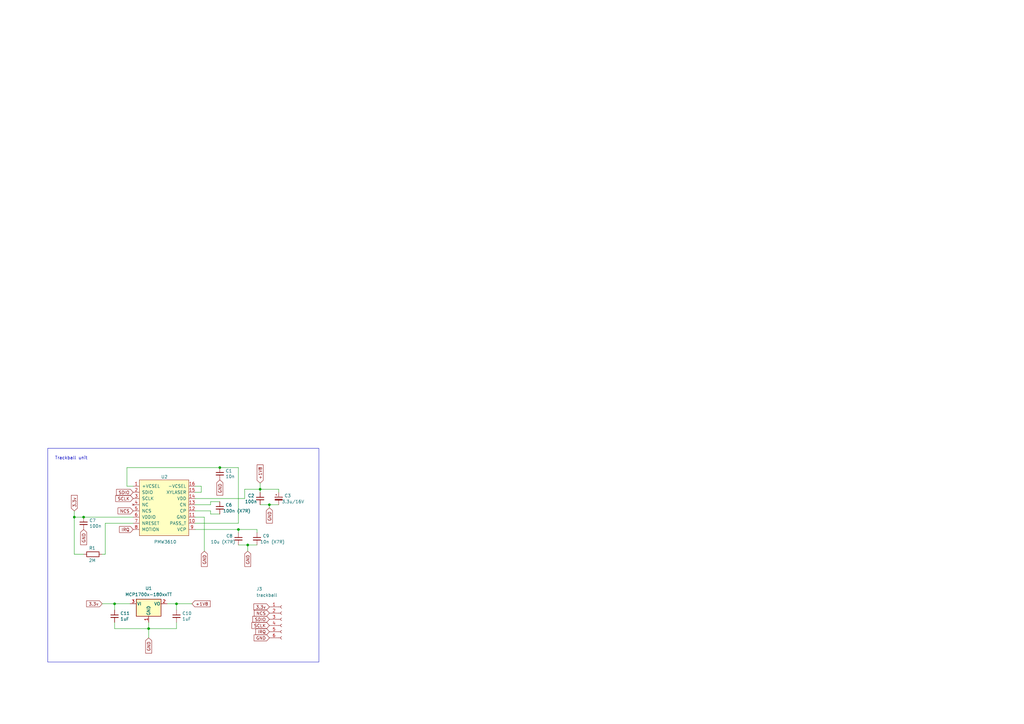
<source format=kicad_sch>
(kicad_sch (version 20231120) (generator "eeschema") (generator_version "8.0")
  (paper "A3")
  (lib_symbols
    (symbol "Connector:Conn_01x06_Socket" (pin_names (offset 1.016) hide)
      (property "Reference" "J" (at 0 7.62 0))
      (property "Value" "Conn_01x06_Socket" (at 0 -10.16 0))
      (symbol "Conn_01x06_Socket_1_1"
        (arc (start 0 -7.112) (mid -0.5058 -7.62) (end 0 -8.128) (stroke (width 0.1524)))
        (arc (start 0 -4.572) (mid -0.5058 -5.08) (end 0 -5.588) (stroke (width 0.1524)))
        (arc (start 0 -2.032) (mid -0.5058 -2.54) (end 0 -3.048) (stroke (width 0.1524)))
        (polyline (pts (xy -1.27 -7.62) (xy -0.508 -7.62)) (stroke (width 0.1524)))
        (polyline (pts (xy -1.27 -5.08) (xy -0.508 -5.08)) (stroke (width 0.1524)))
        (polyline (pts (xy -1.27 -2.54) (xy -0.508 -2.54)) (stroke (width 0.1524)))
        (polyline (pts (xy -1.27 0) (xy -0.508 0)) (stroke (width 0.1524)))
        (polyline (pts (xy -1.27 2.54) (xy -0.508 2.54)) (stroke (width 0.1524)))
        (polyline (pts (xy -1.27 5.08) (xy -0.508 5.08)) (stroke (width 0.1524)))
        (arc (start 0 0.508) (mid -0.5058 0) (end 0 -0.508) (stroke (width 0.1524)))
        (arc (start 0 3.048) (mid -0.5058 2.54) (end 0 2.032) (stroke (width 0.1524)))
        (arc (start 0 5.588) (mid -0.5058 5.08) (end 0 4.572) (stroke (width 0.1524)))
        (pin passive line (at -5.08 5.08 0) (length 3.81) (name "Pin_1") (number "1"))
        (pin passive line (at -5.08 2.54 0) (length 3.81) (name "Pin_2") (number "2"))
        (pin passive line (at -5.08 0 0) (length 3.81) (name "Pin_3") (number "3"))
        (pin passive line (at -5.08 -2.54 0) (length 3.81) (name "Pin_4") (number "4"))
        (pin passive line (at -5.08 -5.08 0) (length 3.81) (name "Pin_5") (number "5"))
        (pin passive line (at -5.08 -7.62 0) (length 3.81) (name "Pin_6") (number "6"))
      )
    )
    (symbol "Device:C_Polarized_Small" (pin_numbers hide) (pin_names (offset 0.254) hide)
      (property "Reference" "C" (at 0.254 1.778 0))
      (property "Value" "C_Polarized_Small" (at 0.254 -2.032 0))
      (symbol "C_Polarized_Small_0_1"
        (rectangle (start -1.524 -0.3048) (end 1.524 -0.6858) (fill (type outline)))
        (rectangle (start -1.524 0.6858) (end 1.524 0.3048))
        (polyline (pts (xy -1.27 1.524) (xy -0.762 1.524)))
        (polyline (pts (xy -1.016 1.27) (xy -1.016 1.778)))
      )
      (symbol "C_Polarized_Small_1_1"
        (pin passive line (at 0 2.54 270) (length 1.8542) (name "~") (number "1"))
        (pin passive line (at 0 -2.54 90) (length 1.8542) (name "~") (number "2"))
      )
    )
    (symbol "Device:C_Small" (pin_numbers hide) (pin_names (offset 0.254) hide)
      (property "Reference" "C" (at 0.254 1.778 0))
      (property "Value" "C_Small" (at 0.254 -2.032 0))
      (symbol "C_Small_0_1"
        (polyline (pts (xy -1.524 -0.508) (xy 1.524 -0.508)) (stroke (width 0.3302)))
        (polyline (pts (xy -1.524 0.508) (xy 1.524 0.508)) (stroke (width 0.3048)))
      )
      (symbol "C_Small_1_1"
        (pin passive line (at 0 2.54 270) (length 2.032) (name "~") (number "1"))
        (pin passive line (at 0 -2.54 90) (length 2.032) (name "~") (number "2"))
      )
    )
    (symbol "Device:R" (pin_numbers hide) (pin_names (offset 0))
      (property "Reference" "R" (at 2.032 0 90))
      (property "Value" "R" (at 0 0 90))
      (symbol "R_0_1"
        (rectangle (start -1.016 -2.54) (end 1.016 2.54) (stroke (width 0.254)))
      )
      (symbol "R_1_1"
        (pin passive line (at 0 3.81 270) (length 1.27) (name "~") (number "1"))
        (pin passive line (at 0 -3.81 90) (length 1.27) (name "~") (number "2"))
      )
    )
    (symbol "Regulator_Linear:MCP1700x-180xxTT" (pin_names (offset 0.254))
      (property "Reference" "U" (at -3.81 3.175 0))
      (property "Value" "MCP1700x-180xxTT" (at 0 3.175 0))
      (symbol "MCP1700x-180xxTT_0_1"
        (rectangle (start -5.08 1.905) (end 5.08 -5.08) (stroke (width 0.254)) (fill (type background)))
      )
      (symbol "MCP1700x-180xxTT_1_1"
        (pin power_in line (at 0 -7.62 90) (length 2.54) (name "GND") (number "1"))
        (pin power_out line (at 7.62 0 180) (length 2.54) (name "VO") (number "2"))
        (pin power_in line (at -7.62 0 0) (length 2.54) (name "VI") (number "3"))
      )
    )
    (symbol "mysymbol:PMW3610" (pin_names (offset 1.016))
      (property "Reference" "U?" (at -1.27 17.78 0))
      (property "Value" "PMW3610" (at 10.16 -12.7 0))
      (symbol "PMW3610_0_0"
        (pin input line (at -12.7 10.16 0) (length 2.54) (name "+VCSEL") (number "1"))
        (pin unspecified line (at 12.7 -5.08 180) (length 2.54) (name "PASS_T") (number "10"))
        (pin input line (at 12.7 -2.54 180) (length 2.54) (name "GND") (number "11"))
        (pin unspecified line (at 12.7 0 180) (length 2.54) (name "CP") (number "12"))
        (pin unspecified line (at 12.7 2.54 180) (length 2.54) (name "CN") (number "13"))
        (pin power_in line (at 12.7 5.08 180) (length 2.54) (name "VDD") (number "14"))
        (pin input line (at 12.7 7.62 180) (length 2.54) (name "XYLASER") (number "15"))
        (pin unspecified line (at 12.7 10.16 180) (length 2.54) (name "-VCSEL") (number "16"))
        (pin bidirectional line (at -12.7 7.62 0) (length 2.54) (name "SDIO") (number "2"))
        (pin input line (at -12.7 5.08 0) (length 2.54) (name "SCLK") (number "3"))
        (pin no_connect line (at -12.7 2.54 0) (length 2.54) (name "NC") (number "4"))
        (pin input line (at -12.7 0 0) (length 2.54) (name "NCS") (number "5"))
        (pin input line (at -12.7 -2.54 0) (length 2.54) (name "VDDIO") (number "6"))
        (pin input line (at -12.7 -5.08 0) (length 2.54) (name "NRESET") (number "7"))
        (pin output line (at -12.7 -7.62 0) (length 2.54) (name "MOTION") (number "8"))
        (pin unspecified line (at 12.7 -7.62 180) (length 2.54) (name "VCP") (number "9"))
      )
      (symbol "PMW3610_0_1"
        (rectangle (start -10.16 12.7) (end 10.16 -10.16) (fill (type background)))
      )
    )
  )
  (junction (at 30.48 212.09))
  (junction (at 60.96 257.81))
  (junction (at 97.79 217.17))
  (junction (at 46.99 247.65))
  (junction (at 106.68 200.66))
  (junction (at 101.6 223.52))
  (junction (at 72.39 247.65))
  (junction (at 34.29 212.09))
  (junction (at 90.17 191.77))
  (junction (at 110.49 207.01))
  (wire (pts (xy 86.36 209.55) (xy 86.36 210.82)))
  (wire (pts (xy 80.01 214.63) (xy 97.79 214.63)))
  (wire (pts (xy 80.01 217.17) (xy 97.79 217.17)))
  (wire (pts (xy 106.68 198.12) (xy 106.68 200.66)))
  (wire (pts (xy 97.79 217.17) (xy 97.79 218.44)))
  (wire (pts (xy 34.29 227.33) (xy 30.48 227.33)))
  (wire (pts (xy 97.79 217.17) (xy 105.41 217.17)))
  (wire (pts (xy 80.01 204.47) (xy 100.33 204.47)))
  (wire (pts (xy 106.68 207.01) (xy 110.49 207.01)))
  (wire (pts (xy 100.33 204.47) (xy 100.33 200.66)))
  (wire (pts (xy 110.49 207.01) (xy 114.3 207.01)))
  (wire (pts (xy 30.48 212.09) (xy 30.48 227.33)))
  (wire (pts (xy 60.96 255.27) (xy 60.96 257.81)))
  (wire (pts (xy 52.07 199.39) (xy 54.61 199.39)))
  (wire (pts (xy 105.41 217.17) (xy 105.41 218.44)))
  (wire (pts (xy 72.39 247.65) (xy 78.74 247.65)))
  (wire (pts (xy 97.79 223.52) (xy 101.6 223.52)))
  (wire (pts (xy 43.18 227.33) (xy 41.91 227.33)))
  (wire (pts (xy 43.18 214.63) (xy 54.61 214.63)))
  (wire (pts (xy 101.6 223.52) (xy 105.41 223.52)))
  (wire (pts (xy 68.58 247.65) (xy 72.39 247.65)))
  (wire (pts (xy 80.01 199.39) (xy 82.55 199.39)))
  (wire (pts (xy 90.17 191.77) (xy 52.07 191.77)))
  (wire (pts (xy 72.39 257.81) (xy 60.96 257.81)))
  (wire (pts (xy 86.36 210.82) (xy 90.17 210.82)))
  (wire (pts (xy 30.48 209.55) (xy 30.48 212.09)))
  (wire (pts (xy 86.36 207.01) (xy 86.36 205.74)))
  (wire (pts (xy 46.99 247.65) (xy 46.99 250.19)))
  (wire (pts (xy 80.01 201.93) (xy 82.55 201.93)))
  (wire (pts (xy 46.99 257.81) (xy 60.96 257.81)))
  (wire (pts (xy 46.99 247.65) (xy 53.34 247.65)))
  (wire (pts (xy 46.99 257.81) (xy 46.99 255.27)))
  (wire (pts (xy 110.49 208.28) (xy 110.49 207.01)))
  (wire (pts (xy 72.39 255.27) (xy 72.39 257.81)))
  (wire (pts (xy 72.39 250.19) (xy 72.39 247.65)))
  (wire (pts (xy 80.01 212.09) (xy 83.82 212.09)))
  (wire (pts (xy 106.68 200.66) (xy 114.3 200.66)))
  (wire (pts (xy 97.79 191.77) (xy 90.17 191.77)))
  (wire (pts (xy 34.29 212.09) (xy 54.61 212.09)))
  (wire (pts (xy 86.36 205.74) (xy 90.17 205.74)))
  (wire (pts (xy 106.68 200.66) (xy 106.68 201.93)))
  (wire (pts (xy 43.18 214.63) (xy 43.18 227.33)))
  (wire (pts (xy 52.07 191.77) (xy 52.07 199.39)))
  (wire (pts (xy 80.01 209.55) (xy 86.36 209.55)))
  (wire (pts (xy 100.33 200.66) (xy 106.68 200.66)))
  (wire (pts (xy 41.91 247.65) (xy 46.99 247.65)))
  (wire (pts (xy 101.6 226.06) (xy 101.6 223.52)))
  (wire (pts (xy 82.55 199.39) (xy 82.55 201.93)))
  (wire (pts (xy 83.82 212.09) (xy 83.82 226.06)))
  (wire (pts (xy 80.01 207.01) (xy 86.36 207.01)))
  (wire (pts (xy 30.48 212.09) (xy 34.29 212.09)))
  (wire (pts (xy 97.79 214.63) (xy 97.79 191.77)))
  (wire (pts (xy 60.96 257.81) (xy 60.96 261.62)))
  (wire (pts (xy 114.3 200.66) (xy 114.3 201.93)))
  (rectangle (start 19.558 183.896) (end 130.81 271.526))
  (text "Trackball unit" (at 29.21 187.96 0) (effects (font (size 1.27 1.27))))
  (global_label "SCLK" (shape input) (at 54.61 204.47 180) (property "Intersheetrefs" "${INTERSHEET_REFS}" (effects (hide yes))))
  (global_label "GND" (shape input) (at 90.17 196.85 270) (property "Intersheetrefs" "${INTERSHEET_REFS}" (effects (hide yes))))
  (global_label "GND" (shape input) (at 83.82 226.06 270) (property "Intersheetrefs" "${INTERSHEET_REFS}" (effects (hide yes))))
  (global_label "SDIO" (shape input) (at 110.49 254 180) (property "Intersheetrefs" "${INTERSHEET_REFS}" (effects (hide yes))))
  (global_label "SDIO" (shape input) (at 54.61 201.93 180) (property "Intersheetrefs" "${INTERSHEET_REFS}" (effects (hide yes))))
  (global_label "SCLK" (shape input) (at 110.49 256.54 180) (property "Intersheetrefs" "${INTERSHEET_REFS}" (effects (hide yes))))
  (global_label "GND" (shape input) (at 34.29 217.17 270) (property "Intersheetrefs" "${INTERSHEET_REFS}" (effects (hide yes))))
  (global_label "IRQ" (shape input) (at 110.49 259.08 180) (property "Intersheetrefs" "${INTERSHEET_REFS}" (effects (hide yes))))
  (global_label "GND" (shape input) (at 110.49 261.62 180) (property "Intersheetrefs" "${INTERSHEET_REFS}" (effects (hide yes))))
  (global_label "NCS" (shape input) (at 110.49 251.46 180) (property "Intersheetrefs" "${INTERSHEET_REFS}" (effects (hide yes))))
  (global_label "GND" (shape input) (at 110.49 208.28 270) (property "Intersheetrefs" "${INTERSHEET_REFS}" (effects (hide yes))))
  (global_label "GND" (shape input) (at 60.96 261.62 270) (property "Intersheetrefs" "${INTERSHEET_REFS}" (effects (hide yes))))
  (global_label "3.3v" (shape input) (at 110.49 248.92 180) (property "Intersheetrefs" "${INTERSHEET_REFS}" (effects (hide yes))))
  (global_label "3.3v" (shape input) (at 30.48 209.55 90) (property "Intersheetrefs" "${INTERSHEET_REFS}" (effects (hide yes))))
  (global_label "IRQ" (shape input) (at 54.61 217.17 180) (property "Intersheetrefs" "${INTERSHEET_REFS}" (effects (hide yes))))
  (global_label "3.3v" (shape input) (at 41.91 247.65 180) (property "Intersheetrefs" "${INTERSHEET_REFS}" (effects (hide yes))))
  (global_label "NCS" (shape input) (at 54.61 209.55 180) (property "Intersheetrefs" "${INTERSHEET_REFS}" (effects (hide yes))))
  (global_label "GND" (shape input) (at 101.6 226.06 270) (property "Intersheetrefs" "${INTERSHEET_REFS}" (effects (hide yes))))
  (global_label "+1V8" (shape input) (at 78.74 247.65 0) (property "Intersheetrefs" "${INTERSHEET_REFS}" (effects (hide yes))))
  (global_label "+1V8" (shape input) (at 106.68 198.12 90) (property "Intersheetrefs" "${INTERSHEET_REFS}" (effects (hide yes))))
  (symbol (lib_id "Device:C_Small") (at 46.99 252.73 0) (unit 1)
    (property "Reference" "C11" (at 49.3268 251.5616 0) (effects (justify left)))
    (property "Value" "1uF" (at 49.3268 253.873 0) (effects (justify left)))
    (property "Footprint" "Capacitor_SMD:C_0603_1608Metric" (effects (hide yes)))
    (property "LCSC" "C15849" (effects (hide yes)))
  )
  (symbol (lib_id "Device:C_Small") (at 34.29 214.63 0) (unit 1)
    (property "Reference" "C7" (at 36.6268 213.4616 0) (effects (justify left)))
    (property "Value" "100n" (at 36.6268 215.773 0) (effects (justify left)))
    (property "Footprint" "Capacitor_SMD:C_0603_1608Metric" (effects (hide yes)))
    (property "LCSC" "C19666" (effects (hide yes)))
  )
  (symbol (lib_id "Device:C_Small") (at 90.17 208.28 0) (unit 1)
    (property "Reference" "C6" (at 92.5068 207.1116 0) (effects (justify left)))
    (property "Value" "100n (X7R)" (at 91.44 209.55 0) (effects (justify left)))
    (property "Footprint" "Capacitor_SMD:C_0603_1608Metric" (effects (hide yes)))
    (property "LCSC" "C19666" (effects (hide yes)))
  )
  (symbol (lib_id "mysymbol:PMW3610") (at 67.31 209.55 0) (unit 1)
    (property "Reference" "U2" (at 66.04 195.58 0) (effects (justify left)))
    (property "Value" "PMW3610" (at 72.39 222.25 0) (effects (justify right)))
    (property "Footprint" "sensor:PMW3610" (effects (hide yes)))
  )
  (symbol (lib_id "Connector:Conn_01x06_Socket") (at 115.57 254 0) (unit 1)
    (property "Reference" "J3" (at 105.156 241.554 0) (effects (justify left)))
    (property "Value" "trackball" (at 105.156 244.094 0) (effects (justify left)))
    (property "Footprint" "Connector_Wuerth:Wuerth_WR-WTB_64800611622_1x06_P1.50mm_Vertical" (effects (hide yes)))
    (property "Description" "Generic connector, single row, 01x06, script generated" (effects (hide yes)))
  )
  (symbol (lib_id "Device:C_Small") (at 72.39 252.73 0) (unit 1)
    (property "Reference" "C10" (at 74.7268 251.5616 0) (effects (justify left)))
    (property "Value" "1uF" (at 74.727 253.873 0) (effects (justify left)))
    (property "Footprint" "Capacitor_SMD:C_0603_1608Metric" (effects (hide yes)))
    (property "LCSC" "C15849" (effects (hide yes)))
  )
  (symbol (lib_id "Device:R") (at 38.1 227.33 270) (unit 1)
    (property "Reference" "R1" (at 37.846 224.79 90))
    (property "Value" "2M" (at 37.846 229.87 90))
    (property "Footprint" "Resistor_SMD:R_0603_1608Metric" (effects (hide yes)))
  )
  (symbol (lib_id "Device:C_Small") (at 106.68 204.47 0) (mirror y) (unit 1)
    (property "Reference" "C2" (at 104.3432 203.3016 0) (effects (justify left)))
    (property "Value" "100n" (at 105.41 205.74 0) (effects (justify left)))
    (property "Footprint" "Capacitor_SMD:C_0603_1608Metric" (effects (hide yes)))
    (property "LCSC" "C19666" (effects (hide yes)))
  )
  (symbol (lib_id "Device:C_Small") (at 90.17 194.31 0) (unit 1)
    (property "Reference" "C1" (at 92.5068 193.1416 0) (effects (justify left)))
    (property "Value" "10n" (at 92.5068 195.453 0) (effects (justify left)))
    (property "Footprint" "Capacitor_SMD:C_0603_1608Metric" (effects (hide yes)))
    (property "LCSC" "C19666" (effects (hide yes)))
  )
  (symbol (lib_id "Regulator_Linear:MCP1700x-180xxTT") (at 60.96 247.65 0) (unit 1)
    (property "Reference" "U1" (at 60.96 241.3 0))
    (property "Value" "MCP1700x-180xxTT" (at 60.96 243.84 0))
    (property "Footprint" "Package_TO_SOT_SMD:SOT-23" (effects (hide yes)))
    (property "Datasheet" "http://ww1.microchip.com/downloads/en/DeviceDoc/20001826D.pdf" (effects (hide yes)))
    (property "Description" "250mA Low Quiscent Current LDO, 1.8V output, SOT-23" (effects (hide yes)))
  )
  (symbol (lib_id "Device:C_Polarized_Small") (at 114.3 204.47 0) (unit 1)
    (property "Reference" "C3" (at 116.6368 203.3016 0) (effects (justify left)))
    (property "Value" "3.3u/16V" (at 115.57 205.74 0) (effects (justify left)))
    (property "Footprint" "Capacitor_SMD:C_0603_1608Metric" (effects (hide yes)))
    (property "Description" "Polarized capacitor, small symbol" (effects (hide yes)))
    (property "LCSC" "C19666" (effects (hide yes)))
  )
  (symbol (lib_id "Device:C_Small") (at 97.79 220.98 0) (mirror y) (unit 1)
    (property "Reference" "C8" (at 95.4532 219.8116 0) (effects (justify left)))
    (property "Value" "10u (X7R)" (at 96.52 222.25 0) (effects (justify left)))
    (property "Footprint" "Capacitor_SMD:C_0603_1608Metric" (effects (hide yes)))
    (property "LCSC" "C19666" (effects (hide yes)))
  )
  (symbol (lib_id "Device:C_Small") (at 105.41 220.98 0) (unit 1)
    (property "Reference" "C9" (at 107.7468 219.8116 0) (effects (justify left)))
    (property "Value" "10n (X7R)" (at 106.68 222.25 0) (effects (justify left)))
    (property "Footprint" "Capacitor_SMD:C_0603_1608Metric" (effects (hide yes)))
    (property "LCSC" "C19666" (effects (hide yes)))
  )
)
</source>
